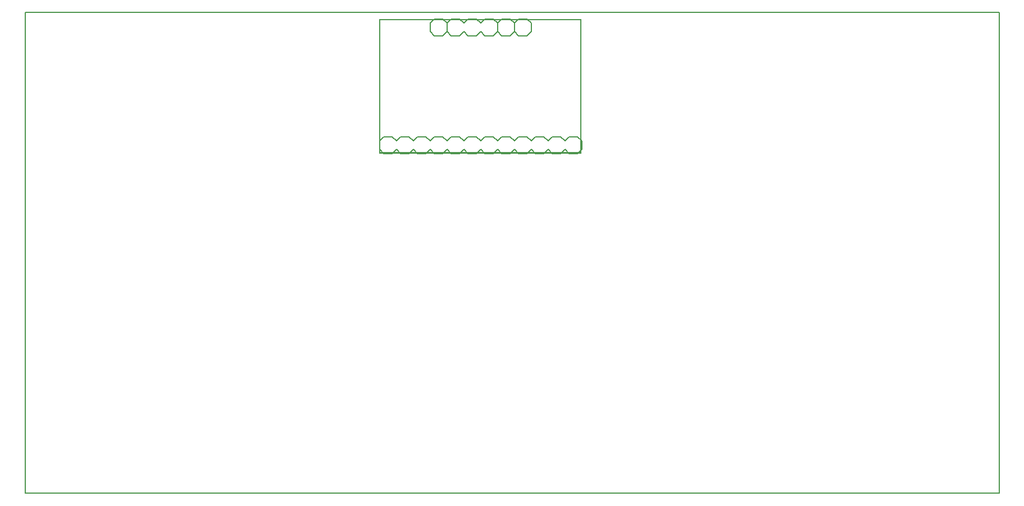
<source format=gbo>
G04 MADE WITH FRITZING*
G04 WWW.FRITZING.ORG*
G04 DOUBLE SIDED*
G04 HOLES PLATED*
G04 CONTOUR ON CENTER OF CONTOUR VECTOR*
%ASAXBY*%
%FSLAX23Y23*%
%MOIN*%
%OFA0B0*%
%SFA1.0B1.0*%
%ADD10R,5.788000X2.865360X5.772000X2.849360*%
%ADD11C,0.008000*%
%ADD12R,0.001000X0.001000*%
%LNSILK0*%
G90*
G70*
G54D11*
X4Y2861D02*
X5784Y2861D01*
X5784Y4D01*
X4Y4D01*
X4Y2861D01*
D02*
X2832Y2722D02*
X2807Y2747D01*
D02*
X2807Y2747D02*
X2807Y2797D01*
D02*
X2807Y2797D02*
X2832Y2822D01*
D02*
X2832Y2822D02*
X2882Y2822D01*
D02*
X2882Y2822D02*
X2907Y2797D01*
D02*
X2907Y2797D02*
X2907Y2747D01*
D02*
X2907Y2747D02*
X2882Y2722D01*
D02*
X2882Y2722D02*
X2832Y2722D01*
D02*
X2707Y2747D02*
X2732Y2722D01*
D02*
X2732Y2722D02*
X2782Y2722D01*
D02*
X2782Y2722D02*
X2807Y2747D01*
D02*
X2807Y2797D02*
X2782Y2822D01*
D02*
X2782Y2822D02*
X2732Y2822D01*
D02*
X2732Y2822D02*
X2707Y2797D01*
D02*
X2532Y2722D02*
X2582Y2722D01*
D02*
X2582Y2722D02*
X2607Y2747D01*
D02*
X2607Y2797D02*
X2582Y2822D01*
D02*
X2607Y2747D02*
X2632Y2722D01*
D02*
X2632Y2722D02*
X2682Y2722D01*
D02*
X2682Y2722D02*
X2707Y2747D01*
D02*
X2707Y2797D02*
X2682Y2822D01*
D02*
X2682Y2822D02*
X2632Y2822D01*
D02*
X2632Y2822D02*
X2607Y2797D01*
D02*
X2507Y2747D02*
X2507Y2797D01*
D02*
X2532Y2722D02*
X2507Y2747D01*
D02*
X2507Y2797D02*
X2532Y2822D01*
D02*
X2582Y2822D02*
X2532Y2822D01*
D02*
X2807Y2747D02*
X2807Y2797D01*
D02*
X2732Y2022D02*
X2782Y2022D01*
D02*
X2782Y2022D02*
X2807Y2047D01*
D02*
X2807Y2097D02*
X2782Y2122D01*
D02*
X2607Y2047D02*
X2632Y2022D01*
D02*
X2632Y2022D02*
X2682Y2022D01*
D02*
X2682Y2022D02*
X2707Y2047D01*
D02*
X2707Y2097D02*
X2682Y2122D01*
D02*
X2682Y2122D02*
X2632Y2122D01*
D02*
X2632Y2122D02*
X2607Y2097D01*
D02*
X2732Y2022D02*
X2707Y2047D01*
D02*
X2707Y2097D02*
X2732Y2122D01*
D02*
X2782Y2122D02*
X2732Y2122D01*
D02*
X2432Y2022D02*
X2482Y2022D01*
D02*
X2482Y2022D02*
X2507Y2047D01*
D02*
X2507Y2097D02*
X2482Y2122D01*
D02*
X2507Y2047D02*
X2532Y2022D01*
D02*
X2532Y2022D02*
X2582Y2022D01*
D02*
X2582Y2022D02*
X2607Y2047D01*
D02*
X2607Y2097D02*
X2582Y2122D01*
D02*
X2582Y2122D02*
X2532Y2122D01*
D02*
X2532Y2122D02*
X2507Y2097D01*
D02*
X2307Y2047D02*
X2332Y2022D01*
D02*
X2332Y2022D02*
X2382Y2022D01*
D02*
X2382Y2022D02*
X2407Y2047D01*
D02*
X2407Y2097D02*
X2382Y2122D01*
D02*
X2382Y2122D02*
X2332Y2122D01*
D02*
X2332Y2122D02*
X2307Y2097D01*
D02*
X2432Y2022D02*
X2407Y2047D01*
D02*
X2407Y2097D02*
X2432Y2122D01*
D02*
X2482Y2122D02*
X2432Y2122D01*
D02*
X2132Y2022D02*
X2182Y2022D01*
D02*
X2182Y2022D02*
X2207Y2047D01*
D02*
X2207Y2097D02*
X2182Y2122D01*
D02*
X2207Y2047D02*
X2232Y2022D01*
D02*
X2232Y2022D02*
X2282Y2022D01*
D02*
X2282Y2022D02*
X2307Y2047D01*
D02*
X2307Y2097D02*
X2282Y2122D01*
D02*
X2282Y2122D02*
X2232Y2122D01*
D02*
X2232Y2122D02*
X2207Y2097D01*
D02*
X2107Y2047D02*
X2107Y2097D01*
D02*
X2132Y2022D02*
X2107Y2047D01*
D02*
X2107Y2097D02*
X2132Y2122D01*
D02*
X2182Y2122D02*
X2132Y2122D01*
D02*
X2832Y2022D02*
X2882Y2022D01*
D02*
X2882Y2022D02*
X2907Y2047D01*
D02*
X2907Y2097D02*
X2882Y2122D01*
D02*
X2832Y2022D02*
X2807Y2047D01*
D02*
X2807Y2097D02*
X2832Y2122D01*
D02*
X2882Y2122D02*
X2832Y2122D01*
D02*
X2932Y2022D02*
X2982Y2022D01*
D02*
X2982Y2022D02*
X3007Y2047D01*
D02*
X3007Y2097D02*
X2982Y2122D01*
D02*
X2932Y2022D02*
X2907Y2047D01*
D02*
X2907Y2097D02*
X2932Y2122D01*
D02*
X2982Y2122D02*
X2932Y2122D01*
D02*
X3032Y2022D02*
X3082Y2022D01*
D02*
X3082Y2022D02*
X3107Y2047D01*
D02*
X3107Y2097D02*
X3082Y2122D01*
D02*
X3032Y2022D02*
X3007Y2047D01*
D02*
X3007Y2097D02*
X3032Y2122D01*
D02*
X3082Y2122D02*
X3032Y2122D01*
D02*
X3132Y2022D02*
X3182Y2022D01*
D02*
X3182Y2022D02*
X3207Y2047D01*
D02*
X3207Y2097D02*
X3182Y2122D01*
D02*
X3132Y2022D02*
X3107Y2047D01*
D02*
X3107Y2097D02*
X3132Y2122D01*
D02*
X3182Y2122D02*
X3132Y2122D01*
D02*
X3232Y2022D02*
X3282Y2022D01*
D02*
X3282Y2022D02*
X3307Y2047D01*
D02*
X3307Y2047D02*
X3307Y2097D01*
D02*
X3307Y2097D02*
X3282Y2122D01*
D02*
X3232Y2022D02*
X3207Y2047D01*
D02*
X3207Y2097D02*
X3232Y2122D01*
D02*
X3282Y2122D02*
X3232Y2122D01*
D02*
X2432Y2722D02*
X2407Y2747D01*
D02*
X2407Y2747D02*
X2407Y2797D01*
D02*
X2407Y2797D02*
X2432Y2822D01*
D02*
X2432Y2822D02*
X2482Y2822D01*
D02*
X2482Y2822D02*
X2507Y2797D01*
D02*
X2507Y2797D02*
X2507Y2747D01*
D02*
X2507Y2747D02*
X2482Y2722D01*
D02*
X2482Y2722D02*
X2432Y2722D01*
D02*
X2932Y2722D02*
X2907Y2747D01*
D02*
X2907Y2747D02*
X2907Y2797D01*
D02*
X2907Y2797D02*
X2932Y2822D01*
D02*
X2932Y2822D02*
X2982Y2822D01*
D02*
X2982Y2822D02*
X3007Y2797D01*
D02*
X3007Y2797D02*
X3007Y2747D01*
D02*
X3007Y2747D02*
X2982Y2722D01*
D02*
X2982Y2722D02*
X2932Y2722D01*
G54D12*
X2107Y2822D02*
X3305Y2822D01*
X2106Y2821D02*
X3305Y2821D01*
X2106Y2820D02*
X3305Y2820D01*
X2106Y2819D02*
X3305Y2819D01*
X2106Y2818D02*
X3305Y2818D01*
X2106Y2817D02*
X3305Y2817D01*
X2106Y2816D02*
X3305Y2816D01*
X2106Y2815D02*
X3305Y2815D01*
X2106Y2814D02*
X2114Y2814D01*
X3298Y2814D02*
X3305Y2814D01*
X2106Y2813D02*
X2113Y2813D01*
X3298Y2813D02*
X3305Y2813D01*
X2106Y2812D02*
X2113Y2812D01*
X3298Y2812D02*
X3305Y2812D01*
X2106Y2811D02*
X2113Y2811D01*
X3298Y2811D02*
X3305Y2811D01*
X2106Y2810D02*
X2113Y2810D01*
X3298Y2810D02*
X3305Y2810D01*
X2106Y2809D02*
X2113Y2809D01*
X3298Y2809D02*
X3305Y2809D01*
X2106Y2808D02*
X2113Y2808D01*
X3298Y2808D02*
X3305Y2808D01*
X2106Y2807D02*
X2113Y2807D01*
X3298Y2807D02*
X3305Y2807D01*
X2106Y2806D02*
X2113Y2806D01*
X3298Y2806D02*
X3305Y2806D01*
X2106Y2805D02*
X2113Y2805D01*
X3298Y2805D02*
X3305Y2805D01*
X2106Y2804D02*
X2113Y2804D01*
X3298Y2804D02*
X3305Y2804D01*
X2106Y2803D02*
X2113Y2803D01*
X3298Y2803D02*
X3305Y2803D01*
X2106Y2802D02*
X2113Y2802D01*
X3298Y2802D02*
X3305Y2802D01*
X2106Y2801D02*
X2113Y2801D01*
X3298Y2801D02*
X3305Y2801D01*
X2106Y2800D02*
X2113Y2800D01*
X3298Y2800D02*
X3305Y2800D01*
X2106Y2799D02*
X2113Y2799D01*
X3298Y2799D02*
X3305Y2799D01*
X2106Y2798D02*
X2113Y2798D01*
X3298Y2798D02*
X3305Y2798D01*
X2106Y2797D02*
X2113Y2797D01*
X3298Y2797D02*
X3305Y2797D01*
X2106Y2796D02*
X2113Y2796D01*
X3298Y2796D02*
X3305Y2796D01*
X2106Y2795D02*
X2113Y2795D01*
X3298Y2795D02*
X3305Y2795D01*
X2106Y2794D02*
X2113Y2794D01*
X3298Y2794D02*
X3305Y2794D01*
X2106Y2793D02*
X2113Y2793D01*
X3298Y2793D02*
X3305Y2793D01*
X2106Y2792D02*
X2113Y2792D01*
X3298Y2792D02*
X3305Y2792D01*
X2106Y2791D02*
X2113Y2791D01*
X3298Y2791D02*
X3305Y2791D01*
X2106Y2790D02*
X2113Y2790D01*
X3298Y2790D02*
X3305Y2790D01*
X2106Y2789D02*
X2113Y2789D01*
X3298Y2789D02*
X3305Y2789D01*
X2106Y2788D02*
X2113Y2788D01*
X3298Y2788D02*
X3305Y2788D01*
X2106Y2787D02*
X2113Y2787D01*
X3298Y2787D02*
X3305Y2787D01*
X2106Y2786D02*
X2113Y2786D01*
X3298Y2786D02*
X3305Y2786D01*
X2106Y2785D02*
X2113Y2785D01*
X3298Y2785D02*
X3305Y2785D01*
X2106Y2784D02*
X2113Y2784D01*
X3298Y2784D02*
X3305Y2784D01*
X2106Y2783D02*
X2113Y2783D01*
X3298Y2783D02*
X3305Y2783D01*
X2106Y2782D02*
X2113Y2782D01*
X3298Y2782D02*
X3305Y2782D01*
X2106Y2781D02*
X2113Y2781D01*
X3298Y2781D02*
X3305Y2781D01*
X2106Y2780D02*
X2113Y2780D01*
X3298Y2780D02*
X3305Y2780D01*
X2106Y2779D02*
X2113Y2779D01*
X3298Y2779D02*
X3305Y2779D01*
X2106Y2778D02*
X2113Y2778D01*
X3298Y2778D02*
X3305Y2778D01*
X2106Y2777D02*
X2113Y2777D01*
X3298Y2777D02*
X3305Y2777D01*
X2106Y2776D02*
X2113Y2776D01*
X3298Y2776D02*
X3305Y2776D01*
X2106Y2775D02*
X2113Y2775D01*
X3298Y2775D02*
X3305Y2775D01*
X2106Y2774D02*
X2113Y2774D01*
X3298Y2774D02*
X3305Y2774D01*
X2106Y2773D02*
X2113Y2773D01*
X3298Y2773D02*
X3305Y2773D01*
X2106Y2772D02*
X2113Y2772D01*
X3298Y2772D02*
X3305Y2772D01*
X2106Y2771D02*
X2113Y2771D01*
X3298Y2771D02*
X3305Y2771D01*
X2106Y2770D02*
X2113Y2770D01*
X3298Y2770D02*
X3305Y2770D01*
X2106Y2769D02*
X2113Y2769D01*
X3298Y2769D02*
X3305Y2769D01*
X2106Y2768D02*
X2113Y2768D01*
X3298Y2768D02*
X3305Y2768D01*
X2106Y2767D02*
X2113Y2767D01*
X3298Y2767D02*
X3305Y2767D01*
X2106Y2766D02*
X2113Y2766D01*
X3298Y2766D02*
X3305Y2766D01*
X2106Y2765D02*
X2113Y2765D01*
X3298Y2765D02*
X3305Y2765D01*
X2106Y2764D02*
X2113Y2764D01*
X3298Y2764D02*
X3305Y2764D01*
X2106Y2763D02*
X2113Y2763D01*
X3298Y2763D02*
X3305Y2763D01*
X2106Y2762D02*
X2113Y2762D01*
X3298Y2762D02*
X3305Y2762D01*
X2106Y2761D02*
X2113Y2761D01*
X3298Y2761D02*
X3305Y2761D01*
X2106Y2760D02*
X2113Y2760D01*
X3298Y2760D02*
X3305Y2760D01*
X2106Y2759D02*
X2113Y2759D01*
X3298Y2759D02*
X3305Y2759D01*
X2106Y2758D02*
X2113Y2758D01*
X3298Y2758D02*
X3305Y2758D01*
X2106Y2757D02*
X2113Y2757D01*
X3298Y2757D02*
X3305Y2757D01*
X2106Y2756D02*
X2113Y2756D01*
X3298Y2756D02*
X3305Y2756D01*
X2106Y2755D02*
X2113Y2755D01*
X3298Y2755D02*
X3305Y2755D01*
X2106Y2754D02*
X2113Y2754D01*
X3298Y2754D02*
X3305Y2754D01*
X2106Y2753D02*
X2113Y2753D01*
X3298Y2753D02*
X3305Y2753D01*
X2106Y2752D02*
X2113Y2752D01*
X3298Y2752D02*
X3305Y2752D01*
X2106Y2751D02*
X2113Y2751D01*
X3298Y2751D02*
X3305Y2751D01*
X2106Y2750D02*
X2113Y2750D01*
X3298Y2750D02*
X3305Y2750D01*
X2106Y2749D02*
X2113Y2749D01*
X3298Y2749D02*
X3305Y2749D01*
X2106Y2748D02*
X2113Y2748D01*
X3298Y2748D02*
X3305Y2748D01*
X2106Y2747D02*
X2113Y2747D01*
X3298Y2747D02*
X3305Y2747D01*
X2106Y2746D02*
X2113Y2746D01*
X3298Y2746D02*
X3305Y2746D01*
X2106Y2745D02*
X2113Y2745D01*
X3298Y2745D02*
X3305Y2745D01*
X2106Y2744D02*
X2113Y2744D01*
X3298Y2744D02*
X3305Y2744D01*
X2106Y2743D02*
X2113Y2743D01*
X3298Y2743D02*
X3305Y2743D01*
X2106Y2742D02*
X2113Y2742D01*
X3298Y2742D02*
X3305Y2742D01*
X2106Y2741D02*
X2113Y2741D01*
X3298Y2741D02*
X3305Y2741D01*
X2106Y2740D02*
X2113Y2740D01*
X3298Y2740D02*
X3305Y2740D01*
X2106Y2739D02*
X2113Y2739D01*
X3298Y2739D02*
X3305Y2739D01*
X2106Y2738D02*
X2113Y2738D01*
X3298Y2738D02*
X3305Y2738D01*
X2106Y2737D02*
X2113Y2737D01*
X3298Y2737D02*
X3305Y2737D01*
X2106Y2736D02*
X2113Y2736D01*
X3298Y2736D02*
X3305Y2736D01*
X2106Y2735D02*
X2113Y2735D01*
X3298Y2735D02*
X3305Y2735D01*
X2106Y2734D02*
X2113Y2734D01*
X3298Y2734D02*
X3305Y2734D01*
X2106Y2733D02*
X2113Y2733D01*
X3298Y2733D02*
X3305Y2733D01*
X2106Y2732D02*
X2113Y2732D01*
X3298Y2732D02*
X3305Y2732D01*
X2106Y2731D02*
X2113Y2731D01*
X3298Y2731D02*
X3305Y2731D01*
X2106Y2730D02*
X2113Y2730D01*
X3298Y2730D02*
X3305Y2730D01*
X2106Y2729D02*
X2113Y2729D01*
X3298Y2729D02*
X3305Y2729D01*
X2106Y2728D02*
X2113Y2728D01*
X3298Y2728D02*
X3305Y2728D01*
X2106Y2727D02*
X2113Y2727D01*
X3298Y2727D02*
X3305Y2727D01*
X2106Y2726D02*
X2113Y2726D01*
X3298Y2726D02*
X3305Y2726D01*
X2106Y2725D02*
X2113Y2725D01*
X3298Y2725D02*
X3305Y2725D01*
X2106Y2724D02*
X2113Y2724D01*
X3298Y2724D02*
X3305Y2724D01*
X2106Y2723D02*
X2113Y2723D01*
X3298Y2723D02*
X3305Y2723D01*
X2106Y2722D02*
X2113Y2722D01*
X3298Y2722D02*
X3305Y2722D01*
X2106Y2721D02*
X2113Y2721D01*
X3298Y2721D02*
X3305Y2721D01*
X2106Y2720D02*
X2113Y2720D01*
X3298Y2720D02*
X3305Y2720D01*
X2106Y2719D02*
X2113Y2719D01*
X3298Y2719D02*
X3305Y2719D01*
X2106Y2718D02*
X2113Y2718D01*
X3298Y2718D02*
X3305Y2718D01*
X2106Y2717D02*
X2113Y2717D01*
X3298Y2717D02*
X3305Y2717D01*
X2106Y2716D02*
X2113Y2716D01*
X3298Y2716D02*
X3305Y2716D01*
X2106Y2715D02*
X2113Y2715D01*
X3298Y2715D02*
X3305Y2715D01*
X2106Y2714D02*
X2113Y2714D01*
X3298Y2714D02*
X3305Y2714D01*
X2106Y2713D02*
X2113Y2713D01*
X3298Y2713D02*
X3305Y2713D01*
X2106Y2712D02*
X2113Y2712D01*
X3298Y2712D02*
X3305Y2712D01*
X2106Y2711D02*
X2113Y2711D01*
X3298Y2711D02*
X3305Y2711D01*
X2106Y2710D02*
X2113Y2710D01*
X3298Y2710D02*
X3305Y2710D01*
X2106Y2709D02*
X2113Y2709D01*
X3298Y2709D02*
X3305Y2709D01*
X2106Y2708D02*
X2113Y2708D01*
X3298Y2708D02*
X3305Y2708D01*
X2106Y2707D02*
X2113Y2707D01*
X3298Y2707D02*
X3305Y2707D01*
X2106Y2706D02*
X2113Y2706D01*
X3298Y2706D02*
X3305Y2706D01*
X2106Y2705D02*
X2113Y2705D01*
X3298Y2705D02*
X3305Y2705D01*
X2106Y2704D02*
X2113Y2704D01*
X3298Y2704D02*
X3305Y2704D01*
X2106Y2703D02*
X2113Y2703D01*
X3298Y2703D02*
X3305Y2703D01*
X2106Y2702D02*
X2113Y2702D01*
X3298Y2702D02*
X3305Y2702D01*
X2106Y2701D02*
X2113Y2701D01*
X3298Y2701D02*
X3305Y2701D01*
X2106Y2700D02*
X2113Y2700D01*
X3298Y2700D02*
X3305Y2700D01*
X2106Y2699D02*
X2113Y2699D01*
X3298Y2699D02*
X3305Y2699D01*
X2106Y2698D02*
X2113Y2698D01*
X3298Y2698D02*
X3305Y2698D01*
X2106Y2697D02*
X2113Y2697D01*
X3298Y2697D02*
X3305Y2697D01*
X2106Y2696D02*
X2113Y2696D01*
X3298Y2696D02*
X3305Y2696D01*
X2106Y2695D02*
X2113Y2695D01*
X3298Y2695D02*
X3305Y2695D01*
X2106Y2694D02*
X2113Y2694D01*
X3298Y2694D02*
X3305Y2694D01*
X2106Y2693D02*
X2113Y2693D01*
X3298Y2693D02*
X3305Y2693D01*
X2106Y2692D02*
X2113Y2692D01*
X3298Y2692D02*
X3305Y2692D01*
X2106Y2691D02*
X2113Y2691D01*
X3298Y2691D02*
X3305Y2691D01*
X2106Y2690D02*
X2113Y2690D01*
X3298Y2690D02*
X3305Y2690D01*
X2106Y2689D02*
X2113Y2689D01*
X3298Y2689D02*
X3305Y2689D01*
X2106Y2688D02*
X2113Y2688D01*
X3298Y2688D02*
X3305Y2688D01*
X2106Y2687D02*
X2113Y2687D01*
X3298Y2687D02*
X3305Y2687D01*
X2106Y2686D02*
X2113Y2686D01*
X3298Y2686D02*
X3305Y2686D01*
X2106Y2685D02*
X2113Y2685D01*
X3298Y2685D02*
X3305Y2685D01*
X2106Y2684D02*
X2113Y2684D01*
X3298Y2684D02*
X3305Y2684D01*
X2106Y2683D02*
X2113Y2683D01*
X3298Y2683D02*
X3305Y2683D01*
X2106Y2682D02*
X2113Y2682D01*
X3298Y2682D02*
X3305Y2682D01*
X2106Y2681D02*
X2113Y2681D01*
X3298Y2681D02*
X3305Y2681D01*
X2106Y2680D02*
X2113Y2680D01*
X3298Y2680D02*
X3305Y2680D01*
X2106Y2679D02*
X2113Y2679D01*
X3298Y2679D02*
X3305Y2679D01*
X2106Y2678D02*
X2113Y2678D01*
X3298Y2678D02*
X3305Y2678D01*
X2106Y2677D02*
X2113Y2677D01*
X3298Y2677D02*
X3305Y2677D01*
X2106Y2676D02*
X2113Y2676D01*
X3298Y2676D02*
X3305Y2676D01*
X2106Y2675D02*
X2113Y2675D01*
X3298Y2675D02*
X3305Y2675D01*
X2106Y2674D02*
X2113Y2674D01*
X3298Y2674D02*
X3305Y2674D01*
X2106Y2673D02*
X2113Y2673D01*
X3298Y2673D02*
X3305Y2673D01*
X2106Y2672D02*
X2113Y2672D01*
X3298Y2672D02*
X3305Y2672D01*
X2106Y2671D02*
X2113Y2671D01*
X3298Y2671D02*
X3305Y2671D01*
X2106Y2670D02*
X2113Y2670D01*
X3298Y2670D02*
X3305Y2670D01*
X2106Y2669D02*
X2113Y2669D01*
X3298Y2669D02*
X3305Y2669D01*
X2106Y2668D02*
X2113Y2668D01*
X3298Y2668D02*
X3305Y2668D01*
X2106Y2667D02*
X2113Y2667D01*
X3298Y2667D02*
X3305Y2667D01*
X2106Y2666D02*
X2113Y2666D01*
X3298Y2666D02*
X3305Y2666D01*
X2106Y2665D02*
X2113Y2665D01*
X3298Y2665D02*
X3305Y2665D01*
X2106Y2664D02*
X2113Y2664D01*
X3298Y2664D02*
X3305Y2664D01*
X2106Y2663D02*
X2113Y2663D01*
X3298Y2663D02*
X3305Y2663D01*
X2106Y2662D02*
X2113Y2662D01*
X3298Y2662D02*
X3305Y2662D01*
X2106Y2661D02*
X2113Y2661D01*
X3298Y2661D02*
X3305Y2661D01*
X2106Y2660D02*
X2113Y2660D01*
X3298Y2660D02*
X3305Y2660D01*
X2106Y2659D02*
X2113Y2659D01*
X3298Y2659D02*
X3305Y2659D01*
X2106Y2658D02*
X2113Y2658D01*
X3298Y2658D02*
X3305Y2658D01*
X2106Y2657D02*
X2113Y2657D01*
X3298Y2657D02*
X3305Y2657D01*
X2106Y2656D02*
X2113Y2656D01*
X3298Y2656D02*
X3305Y2656D01*
X2106Y2655D02*
X2113Y2655D01*
X3298Y2655D02*
X3305Y2655D01*
X2106Y2654D02*
X2113Y2654D01*
X3298Y2654D02*
X3305Y2654D01*
X2106Y2653D02*
X2113Y2653D01*
X3298Y2653D02*
X3305Y2653D01*
X2106Y2652D02*
X2113Y2652D01*
X3298Y2652D02*
X3305Y2652D01*
X2106Y2651D02*
X2113Y2651D01*
X3298Y2651D02*
X3305Y2651D01*
X2106Y2650D02*
X2113Y2650D01*
X3298Y2650D02*
X3305Y2650D01*
X2106Y2649D02*
X2113Y2649D01*
X3298Y2649D02*
X3305Y2649D01*
X2106Y2648D02*
X2113Y2648D01*
X3298Y2648D02*
X3305Y2648D01*
X2106Y2647D02*
X2113Y2647D01*
X3298Y2647D02*
X3305Y2647D01*
X2106Y2646D02*
X2113Y2646D01*
X3298Y2646D02*
X3305Y2646D01*
X2106Y2645D02*
X2113Y2645D01*
X3298Y2645D02*
X3305Y2645D01*
X2106Y2644D02*
X2113Y2644D01*
X3298Y2644D02*
X3305Y2644D01*
X2106Y2643D02*
X2113Y2643D01*
X3298Y2643D02*
X3305Y2643D01*
X2106Y2642D02*
X2113Y2642D01*
X3298Y2642D02*
X3305Y2642D01*
X2106Y2641D02*
X2113Y2641D01*
X3298Y2641D02*
X3305Y2641D01*
X2106Y2640D02*
X2113Y2640D01*
X3298Y2640D02*
X3305Y2640D01*
X2106Y2639D02*
X2113Y2639D01*
X3298Y2639D02*
X3305Y2639D01*
X2106Y2638D02*
X2113Y2638D01*
X3298Y2638D02*
X3305Y2638D01*
X2106Y2637D02*
X2113Y2637D01*
X3298Y2637D02*
X3305Y2637D01*
X2106Y2636D02*
X2113Y2636D01*
X3298Y2636D02*
X3305Y2636D01*
X2106Y2635D02*
X2113Y2635D01*
X3298Y2635D02*
X3305Y2635D01*
X2106Y2634D02*
X2113Y2634D01*
X3298Y2634D02*
X3305Y2634D01*
X2106Y2633D02*
X2113Y2633D01*
X3298Y2633D02*
X3305Y2633D01*
X2106Y2632D02*
X2113Y2632D01*
X3298Y2632D02*
X3305Y2632D01*
X2106Y2631D02*
X2113Y2631D01*
X3298Y2631D02*
X3305Y2631D01*
X2106Y2630D02*
X2113Y2630D01*
X3298Y2630D02*
X3305Y2630D01*
X2106Y2629D02*
X2113Y2629D01*
X3298Y2629D02*
X3305Y2629D01*
X2106Y2628D02*
X2113Y2628D01*
X3298Y2628D02*
X3305Y2628D01*
X2106Y2627D02*
X2113Y2627D01*
X3298Y2627D02*
X3305Y2627D01*
X2106Y2626D02*
X2113Y2626D01*
X3298Y2626D02*
X3305Y2626D01*
X2106Y2625D02*
X2113Y2625D01*
X3298Y2625D02*
X3305Y2625D01*
X2106Y2624D02*
X2113Y2624D01*
X3298Y2624D02*
X3305Y2624D01*
X2106Y2623D02*
X2113Y2623D01*
X3298Y2623D02*
X3305Y2623D01*
X2106Y2622D02*
X2113Y2622D01*
X3298Y2622D02*
X3305Y2622D01*
X2106Y2621D02*
X2113Y2621D01*
X3298Y2621D02*
X3305Y2621D01*
X2106Y2620D02*
X2113Y2620D01*
X3298Y2620D02*
X3305Y2620D01*
X2106Y2619D02*
X2113Y2619D01*
X3298Y2619D02*
X3305Y2619D01*
X2106Y2618D02*
X2113Y2618D01*
X3298Y2618D02*
X3305Y2618D01*
X2106Y2617D02*
X2113Y2617D01*
X3298Y2617D02*
X3305Y2617D01*
X2106Y2616D02*
X2113Y2616D01*
X3298Y2616D02*
X3305Y2616D01*
X2106Y2615D02*
X2113Y2615D01*
X3298Y2615D02*
X3305Y2615D01*
X2106Y2614D02*
X2113Y2614D01*
X3298Y2614D02*
X3305Y2614D01*
X2106Y2613D02*
X2113Y2613D01*
X3298Y2613D02*
X3305Y2613D01*
X2106Y2612D02*
X2113Y2612D01*
X3298Y2612D02*
X3305Y2612D01*
X2106Y2611D02*
X2113Y2611D01*
X3298Y2611D02*
X3305Y2611D01*
X2106Y2610D02*
X2113Y2610D01*
X3298Y2610D02*
X3305Y2610D01*
X2106Y2609D02*
X2113Y2609D01*
X3298Y2609D02*
X3305Y2609D01*
X2106Y2608D02*
X2113Y2608D01*
X3298Y2608D02*
X3305Y2608D01*
X2106Y2607D02*
X2113Y2607D01*
X3298Y2607D02*
X3305Y2607D01*
X2106Y2606D02*
X2113Y2606D01*
X3298Y2606D02*
X3305Y2606D01*
X2106Y2605D02*
X2113Y2605D01*
X3298Y2605D02*
X3305Y2605D01*
X2106Y2604D02*
X2113Y2604D01*
X3298Y2604D02*
X3305Y2604D01*
X2106Y2603D02*
X2113Y2603D01*
X3298Y2603D02*
X3305Y2603D01*
X2106Y2602D02*
X2113Y2602D01*
X3298Y2602D02*
X3305Y2602D01*
X2106Y2601D02*
X2113Y2601D01*
X3298Y2601D02*
X3305Y2601D01*
X2106Y2600D02*
X2113Y2600D01*
X3298Y2600D02*
X3305Y2600D01*
X2106Y2599D02*
X2113Y2599D01*
X3298Y2599D02*
X3305Y2599D01*
X2106Y2598D02*
X2113Y2598D01*
X3298Y2598D02*
X3305Y2598D01*
X2106Y2597D02*
X2113Y2597D01*
X3298Y2597D02*
X3305Y2597D01*
X2106Y2596D02*
X2113Y2596D01*
X3298Y2596D02*
X3305Y2596D01*
X2106Y2595D02*
X2113Y2595D01*
X3298Y2595D02*
X3305Y2595D01*
X2106Y2594D02*
X2113Y2594D01*
X3298Y2594D02*
X3305Y2594D01*
X2106Y2593D02*
X2113Y2593D01*
X3298Y2593D02*
X3305Y2593D01*
X2106Y2592D02*
X2113Y2592D01*
X3298Y2592D02*
X3305Y2592D01*
X2106Y2591D02*
X2113Y2591D01*
X3298Y2591D02*
X3305Y2591D01*
X2106Y2590D02*
X2113Y2590D01*
X3298Y2590D02*
X3305Y2590D01*
X2106Y2589D02*
X2113Y2589D01*
X3298Y2589D02*
X3305Y2589D01*
X2106Y2588D02*
X2113Y2588D01*
X3298Y2588D02*
X3305Y2588D01*
X2106Y2587D02*
X2113Y2587D01*
X3298Y2587D02*
X3305Y2587D01*
X2106Y2586D02*
X2113Y2586D01*
X3298Y2586D02*
X3305Y2586D01*
X2106Y2585D02*
X2113Y2585D01*
X3298Y2585D02*
X3305Y2585D01*
X2106Y2584D02*
X2113Y2584D01*
X3298Y2584D02*
X3305Y2584D01*
X2106Y2583D02*
X2113Y2583D01*
X3298Y2583D02*
X3305Y2583D01*
X2106Y2582D02*
X2113Y2582D01*
X3298Y2582D02*
X3305Y2582D01*
X2106Y2581D02*
X2113Y2581D01*
X3298Y2581D02*
X3305Y2581D01*
X2106Y2580D02*
X2113Y2580D01*
X3298Y2580D02*
X3305Y2580D01*
X2106Y2579D02*
X2113Y2579D01*
X3298Y2579D02*
X3305Y2579D01*
X2106Y2578D02*
X2113Y2578D01*
X3298Y2578D02*
X3305Y2578D01*
X2106Y2577D02*
X2113Y2577D01*
X3298Y2577D02*
X3305Y2577D01*
X2106Y2576D02*
X2113Y2576D01*
X3298Y2576D02*
X3305Y2576D01*
X2106Y2575D02*
X2113Y2575D01*
X3298Y2575D02*
X3305Y2575D01*
X2106Y2574D02*
X2113Y2574D01*
X3298Y2574D02*
X3305Y2574D01*
X2106Y2573D02*
X2113Y2573D01*
X3298Y2573D02*
X3305Y2573D01*
X2106Y2572D02*
X2113Y2572D01*
X3298Y2572D02*
X3305Y2572D01*
X2106Y2571D02*
X2113Y2571D01*
X3298Y2571D02*
X3305Y2571D01*
X2106Y2570D02*
X2113Y2570D01*
X3298Y2570D02*
X3305Y2570D01*
X2106Y2569D02*
X2113Y2569D01*
X3298Y2569D02*
X3305Y2569D01*
X2106Y2568D02*
X2113Y2568D01*
X3298Y2568D02*
X3305Y2568D01*
X2106Y2567D02*
X2113Y2567D01*
X3298Y2567D02*
X3305Y2567D01*
X2106Y2566D02*
X2113Y2566D01*
X3298Y2566D02*
X3305Y2566D01*
X2106Y2565D02*
X2113Y2565D01*
X3298Y2565D02*
X3305Y2565D01*
X2106Y2564D02*
X2113Y2564D01*
X3298Y2564D02*
X3305Y2564D01*
X2106Y2563D02*
X2113Y2563D01*
X3298Y2563D02*
X3305Y2563D01*
X2106Y2562D02*
X2113Y2562D01*
X3298Y2562D02*
X3305Y2562D01*
X2106Y2561D02*
X2113Y2561D01*
X3298Y2561D02*
X3305Y2561D01*
X2106Y2560D02*
X2113Y2560D01*
X3298Y2560D02*
X3305Y2560D01*
X2106Y2559D02*
X2113Y2559D01*
X3298Y2559D02*
X3305Y2559D01*
X2106Y2558D02*
X2113Y2558D01*
X3298Y2558D02*
X3305Y2558D01*
X2106Y2557D02*
X2113Y2557D01*
X3298Y2557D02*
X3305Y2557D01*
X2106Y2556D02*
X2113Y2556D01*
X3298Y2556D02*
X3305Y2556D01*
X2106Y2555D02*
X2113Y2555D01*
X3298Y2555D02*
X3305Y2555D01*
X2106Y2554D02*
X2113Y2554D01*
X3298Y2554D02*
X3305Y2554D01*
X2106Y2553D02*
X2113Y2553D01*
X3298Y2553D02*
X3305Y2553D01*
X2106Y2552D02*
X2113Y2552D01*
X3298Y2552D02*
X3305Y2552D01*
X2106Y2551D02*
X2113Y2551D01*
X3298Y2551D02*
X3305Y2551D01*
X2106Y2550D02*
X2113Y2550D01*
X3298Y2550D02*
X3305Y2550D01*
X2106Y2549D02*
X2113Y2549D01*
X3298Y2549D02*
X3305Y2549D01*
X2106Y2548D02*
X2113Y2548D01*
X3298Y2548D02*
X3305Y2548D01*
X2106Y2547D02*
X2113Y2547D01*
X3298Y2547D02*
X3305Y2547D01*
X2106Y2546D02*
X2113Y2546D01*
X3298Y2546D02*
X3305Y2546D01*
X2106Y2545D02*
X2113Y2545D01*
X3298Y2545D02*
X3305Y2545D01*
X2106Y2544D02*
X2113Y2544D01*
X3298Y2544D02*
X3305Y2544D01*
X2106Y2543D02*
X2113Y2543D01*
X3298Y2543D02*
X3305Y2543D01*
X2106Y2542D02*
X2113Y2542D01*
X3298Y2542D02*
X3305Y2542D01*
X2106Y2541D02*
X2113Y2541D01*
X3298Y2541D02*
X3305Y2541D01*
X2106Y2540D02*
X2113Y2540D01*
X3298Y2540D02*
X3305Y2540D01*
X2106Y2539D02*
X2113Y2539D01*
X3298Y2539D02*
X3305Y2539D01*
X2106Y2538D02*
X2113Y2538D01*
X3298Y2538D02*
X3305Y2538D01*
X2106Y2537D02*
X2113Y2537D01*
X3298Y2537D02*
X3305Y2537D01*
X2106Y2536D02*
X2113Y2536D01*
X3298Y2536D02*
X3305Y2536D01*
X2106Y2535D02*
X2113Y2535D01*
X3298Y2535D02*
X3305Y2535D01*
X2106Y2534D02*
X2113Y2534D01*
X3298Y2534D02*
X3305Y2534D01*
X2106Y2533D02*
X2113Y2533D01*
X3298Y2533D02*
X3305Y2533D01*
X2106Y2532D02*
X2113Y2532D01*
X3298Y2532D02*
X3305Y2532D01*
X2106Y2531D02*
X2113Y2531D01*
X3298Y2531D02*
X3305Y2531D01*
X2106Y2530D02*
X2113Y2530D01*
X3298Y2530D02*
X3305Y2530D01*
X2106Y2529D02*
X2113Y2529D01*
X3298Y2529D02*
X3305Y2529D01*
X2106Y2528D02*
X2113Y2528D01*
X3298Y2528D02*
X3305Y2528D01*
X2106Y2527D02*
X2113Y2527D01*
X3298Y2527D02*
X3305Y2527D01*
X2106Y2526D02*
X2113Y2526D01*
X3298Y2526D02*
X3305Y2526D01*
X2106Y2525D02*
X2113Y2525D01*
X3298Y2525D02*
X3305Y2525D01*
X2106Y2524D02*
X2113Y2524D01*
X3298Y2524D02*
X3305Y2524D01*
X2106Y2523D02*
X2113Y2523D01*
X3298Y2523D02*
X3305Y2523D01*
X2106Y2522D02*
X2113Y2522D01*
X3298Y2522D02*
X3305Y2522D01*
X2106Y2521D02*
X2113Y2521D01*
X3298Y2521D02*
X3305Y2521D01*
X2106Y2520D02*
X2113Y2520D01*
X3298Y2520D02*
X3305Y2520D01*
X2106Y2519D02*
X2113Y2519D01*
X3298Y2519D02*
X3305Y2519D01*
X2106Y2518D02*
X2113Y2518D01*
X3298Y2518D02*
X3305Y2518D01*
X2106Y2517D02*
X2113Y2517D01*
X3298Y2517D02*
X3305Y2517D01*
X2106Y2516D02*
X2113Y2516D01*
X3298Y2516D02*
X3305Y2516D01*
X2106Y2515D02*
X2113Y2515D01*
X3298Y2515D02*
X3305Y2515D01*
X2106Y2514D02*
X2113Y2514D01*
X3298Y2514D02*
X3305Y2514D01*
X2106Y2513D02*
X2113Y2513D01*
X3298Y2513D02*
X3305Y2513D01*
X2106Y2512D02*
X2113Y2512D01*
X3298Y2512D02*
X3305Y2512D01*
X2106Y2511D02*
X2113Y2511D01*
X3298Y2511D02*
X3305Y2511D01*
X2106Y2510D02*
X2113Y2510D01*
X3298Y2510D02*
X3305Y2510D01*
X2106Y2509D02*
X2113Y2509D01*
X3298Y2509D02*
X3305Y2509D01*
X2106Y2508D02*
X2113Y2508D01*
X3298Y2508D02*
X3305Y2508D01*
X2106Y2507D02*
X2113Y2507D01*
X3298Y2507D02*
X3305Y2507D01*
X2106Y2506D02*
X2113Y2506D01*
X3298Y2506D02*
X3305Y2506D01*
X2106Y2505D02*
X2113Y2505D01*
X3298Y2505D02*
X3305Y2505D01*
X2106Y2504D02*
X2113Y2504D01*
X3298Y2504D02*
X3305Y2504D01*
X2106Y2503D02*
X2113Y2503D01*
X3298Y2503D02*
X3305Y2503D01*
X2106Y2502D02*
X2113Y2502D01*
X3298Y2502D02*
X3305Y2502D01*
X2106Y2501D02*
X2113Y2501D01*
X3298Y2501D02*
X3305Y2501D01*
X2106Y2500D02*
X2113Y2500D01*
X3298Y2500D02*
X3305Y2500D01*
X2106Y2499D02*
X2113Y2499D01*
X3298Y2499D02*
X3305Y2499D01*
X2106Y2498D02*
X2113Y2498D01*
X3298Y2498D02*
X3305Y2498D01*
X2106Y2497D02*
X2113Y2497D01*
X3298Y2497D02*
X3305Y2497D01*
X2106Y2496D02*
X2113Y2496D01*
X3298Y2496D02*
X3305Y2496D01*
X2106Y2495D02*
X2113Y2495D01*
X3298Y2495D02*
X3305Y2495D01*
X2106Y2494D02*
X2113Y2494D01*
X3298Y2494D02*
X3305Y2494D01*
X2106Y2493D02*
X2113Y2493D01*
X3298Y2493D02*
X3305Y2493D01*
X2106Y2492D02*
X2113Y2492D01*
X3298Y2492D02*
X3305Y2492D01*
X2106Y2491D02*
X2113Y2491D01*
X3298Y2491D02*
X3305Y2491D01*
X2106Y2490D02*
X2113Y2490D01*
X3298Y2490D02*
X3305Y2490D01*
X2106Y2489D02*
X2113Y2489D01*
X3298Y2489D02*
X3305Y2489D01*
X2106Y2488D02*
X2113Y2488D01*
X3298Y2488D02*
X3305Y2488D01*
X2106Y2487D02*
X2113Y2487D01*
X3298Y2487D02*
X3305Y2487D01*
X2106Y2486D02*
X2113Y2486D01*
X3298Y2486D02*
X3305Y2486D01*
X2106Y2485D02*
X2113Y2485D01*
X3298Y2485D02*
X3305Y2485D01*
X2106Y2484D02*
X2113Y2484D01*
X3298Y2484D02*
X3305Y2484D01*
X2106Y2483D02*
X2113Y2483D01*
X3298Y2483D02*
X3305Y2483D01*
X2106Y2482D02*
X2113Y2482D01*
X3298Y2482D02*
X3305Y2482D01*
X2106Y2481D02*
X2113Y2481D01*
X3298Y2481D02*
X3305Y2481D01*
X2106Y2480D02*
X2113Y2480D01*
X3298Y2480D02*
X3305Y2480D01*
X2106Y2479D02*
X2113Y2479D01*
X3298Y2479D02*
X3305Y2479D01*
X2106Y2478D02*
X2113Y2478D01*
X3298Y2478D02*
X3305Y2478D01*
X2106Y2477D02*
X2113Y2477D01*
X3298Y2477D02*
X3305Y2477D01*
X2106Y2476D02*
X2113Y2476D01*
X3298Y2476D02*
X3305Y2476D01*
X2106Y2475D02*
X2113Y2475D01*
X3298Y2475D02*
X3305Y2475D01*
X2106Y2474D02*
X2113Y2474D01*
X3298Y2474D02*
X3305Y2474D01*
X2106Y2473D02*
X2113Y2473D01*
X3298Y2473D02*
X3305Y2473D01*
X2106Y2472D02*
X2113Y2472D01*
X3298Y2472D02*
X3305Y2472D01*
X2106Y2471D02*
X2113Y2471D01*
X3298Y2471D02*
X3305Y2471D01*
X2106Y2470D02*
X2113Y2470D01*
X3298Y2470D02*
X3305Y2470D01*
X2106Y2469D02*
X2113Y2469D01*
X3298Y2469D02*
X3305Y2469D01*
X2106Y2468D02*
X2113Y2468D01*
X3298Y2468D02*
X3305Y2468D01*
X2106Y2467D02*
X2113Y2467D01*
X3298Y2467D02*
X3305Y2467D01*
X2106Y2466D02*
X2113Y2466D01*
X3298Y2466D02*
X3305Y2466D01*
X2106Y2465D02*
X2113Y2465D01*
X3298Y2465D02*
X3305Y2465D01*
X2106Y2464D02*
X2113Y2464D01*
X3298Y2464D02*
X3305Y2464D01*
X2106Y2463D02*
X2113Y2463D01*
X3298Y2463D02*
X3305Y2463D01*
X2106Y2462D02*
X2113Y2462D01*
X3298Y2462D02*
X3305Y2462D01*
X2106Y2461D02*
X2113Y2461D01*
X3298Y2461D02*
X3305Y2461D01*
X2106Y2460D02*
X2113Y2460D01*
X3298Y2460D02*
X3305Y2460D01*
X2106Y2459D02*
X2113Y2459D01*
X3298Y2459D02*
X3305Y2459D01*
X2106Y2458D02*
X2113Y2458D01*
X3298Y2458D02*
X3305Y2458D01*
X2106Y2457D02*
X2113Y2457D01*
X3298Y2457D02*
X3305Y2457D01*
X2106Y2456D02*
X2113Y2456D01*
X3298Y2456D02*
X3305Y2456D01*
X2106Y2455D02*
X2113Y2455D01*
X3298Y2455D02*
X3305Y2455D01*
X2106Y2454D02*
X2113Y2454D01*
X3298Y2454D02*
X3305Y2454D01*
X2106Y2453D02*
X2113Y2453D01*
X3298Y2453D02*
X3305Y2453D01*
X2106Y2452D02*
X2113Y2452D01*
X3298Y2452D02*
X3305Y2452D01*
X2106Y2451D02*
X2113Y2451D01*
X3298Y2451D02*
X3305Y2451D01*
X2106Y2450D02*
X2113Y2450D01*
X3298Y2450D02*
X3305Y2450D01*
X2106Y2449D02*
X2113Y2449D01*
X3298Y2449D02*
X3305Y2449D01*
X2106Y2448D02*
X2113Y2448D01*
X3298Y2448D02*
X3305Y2448D01*
X2106Y2447D02*
X2113Y2447D01*
X3298Y2447D02*
X3305Y2447D01*
X2106Y2446D02*
X2113Y2446D01*
X3298Y2446D02*
X3305Y2446D01*
X2106Y2445D02*
X2113Y2445D01*
X3298Y2445D02*
X3305Y2445D01*
X2106Y2444D02*
X2113Y2444D01*
X3298Y2444D02*
X3305Y2444D01*
X2106Y2443D02*
X2113Y2443D01*
X3298Y2443D02*
X3305Y2443D01*
X2106Y2442D02*
X2113Y2442D01*
X3298Y2442D02*
X3305Y2442D01*
X2106Y2441D02*
X2113Y2441D01*
X3298Y2441D02*
X3305Y2441D01*
X2106Y2440D02*
X2113Y2440D01*
X3298Y2440D02*
X3305Y2440D01*
X2106Y2439D02*
X2113Y2439D01*
X3298Y2439D02*
X3305Y2439D01*
X2106Y2438D02*
X2113Y2438D01*
X3298Y2438D02*
X3305Y2438D01*
X2106Y2437D02*
X2113Y2437D01*
X3298Y2437D02*
X3305Y2437D01*
X2106Y2436D02*
X2113Y2436D01*
X3298Y2436D02*
X3305Y2436D01*
X2106Y2435D02*
X2113Y2435D01*
X3298Y2435D02*
X3305Y2435D01*
X2106Y2434D02*
X2113Y2434D01*
X3298Y2434D02*
X3305Y2434D01*
X2106Y2433D02*
X2113Y2433D01*
X3298Y2433D02*
X3305Y2433D01*
X2106Y2432D02*
X2113Y2432D01*
X3298Y2432D02*
X3305Y2432D01*
X2106Y2431D02*
X2113Y2431D01*
X3298Y2431D02*
X3305Y2431D01*
X2106Y2430D02*
X2113Y2430D01*
X3298Y2430D02*
X3305Y2430D01*
X2106Y2429D02*
X2113Y2429D01*
X3298Y2429D02*
X3305Y2429D01*
X2106Y2428D02*
X2113Y2428D01*
X3298Y2428D02*
X3305Y2428D01*
X2106Y2427D02*
X2113Y2427D01*
X3298Y2427D02*
X3305Y2427D01*
X2106Y2426D02*
X2113Y2426D01*
X3298Y2426D02*
X3305Y2426D01*
X2106Y2425D02*
X2113Y2425D01*
X3298Y2425D02*
X3305Y2425D01*
X2106Y2424D02*
X2113Y2424D01*
X3298Y2424D02*
X3305Y2424D01*
X2106Y2423D02*
X2113Y2423D01*
X3298Y2423D02*
X3305Y2423D01*
X2106Y2422D02*
X2113Y2422D01*
X3298Y2422D02*
X3305Y2422D01*
X2106Y2421D02*
X2113Y2421D01*
X3298Y2421D02*
X3305Y2421D01*
X2106Y2420D02*
X2113Y2420D01*
X3298Y2420D02*
X3305Y2420D01*
X2106Y2419D02*
X2113Y2419D01*
X3298Y2419D02*
X3305Y2419D01*
X2106Y2418D02*
X2113Y2418D01*
X3298Y2418D02*
X3305Y2418D01*
X2106Y2417D02*
X2113Y2417D01*
X3298Y2417D02*
X3305Y2417D01*
X2106Y2416D02*
X2113Y2416D01*
X3298Y2416D02*
X3305Y2416D01*
X2106Y2415D02*
X2113Y2415D01*
X3298Y2415D02*
X3305Y2415D01*
X2106Y2414D02*
X2113Y2414D01*
X3298Y2414D02*
X3305Y2414D01*
X2106Y2413D02*
X2113Y2413D01*
X3298Y2413D02*
X3305Y2413D01*
X2106Y2412D02*
X2113Y2412D01*
X3298Y2412D02*
X3305Y2412D01*
X2106Y2411D02*
X2113Y2411D01*
X3298Y2411D02*
X3305Y2411D01*
X2106Y2410D02*
X2113Y2410D01*
X3298Y2410D02*
X3305Y2410D01*
X2106Y2409D02*
X2113Y2409D01*
X3298Y2409D02*
X3305Y2409D01*
X2106Y2408D02*
X2113Y2408D01*
X3298Y2408D02*
X3305Y2408D01*
X2106Y2407D02*
X2113Y2407D01*
X3298Y2407D02*
X3305Y2407D01*
X2106Y2406D02*
X2113Y2406D01*
X3298Y2406D02*
X3305Y2406D01*
X2106Y2405D02*
X2113Y2405D01*
X3298Y2405D02*
X3305Y2405D01*
X2106Y2404D02*
X2113Y2404D01*
X3298Y2404D02*
X3305Y2404D01*
X2106Y2403D02*
X2113Y2403D01*
X3298Y2403D02*
X3305Y2403D01*
X2106Y2402D02*
X2113Y2402D01*
X3298Y2402D02*
X3305Y2402D01*
X2106Y2401D02*
X2113Y2401D01*
X3298Y2401D02*
X3305Y2401D01*
X2106Y2400D02*
X2113Y2400D01*
X3298Y2400D02*
X3305Y2400D01*
X2106Y2399D02*
X2113Y2399D01*
X3298Y2399D02*
X3305Y2399D01*
X2106Y2398D02*
X2113Y2398D01*
X3298Y2398D02*
X3305Y2398D01*
X2106Y2397D02*
X2113Y2397D01*
X3298Y2397D02*
X3305Y2397D01*
X2106Y2396D02*
X2113Y2396D01*
X3298Y2396D02*
X3305Y2396D01*
X2106Y2395D02*
X2113Y2395D01*
X3298Y2395D02*
X3305Y2395D01*
X2106Y2394D02*
X2113Y2394D01*
X3298Y2394D02*
X3305Y2394D01*
X2106Y2393D02*
X2113Y2393D01*
X3298Y2393D02*
X3305Y2393D01*
X2106Y2392D02*
X2113Y2392D01*
X3298Y2392D02*
X3305Y2392D01*
X2106Y2391D02*
X2113Y2391D01*
X3298Y2391D02*
X3305Y2391D01*
X2106Y2390D02*
X2113Y2390D01*
X3298Y2390D02*
X3305Y2390D01*
X2106Y2389D02*
X2113Y2389D01*
X3298Y2389D02*
X3305Y2389D01*
X2106Y2388D02*
X2113Y2388D01*
X3298Y2388D02*
X3305Y2388D01*
X2106Y2387D02*
X2113Y2387D01*
X3298Y2387D02*
X3305Y2387D01*
X2106Y2386D02*
X2113Y2386D01*
X3298Y2386D02*
X3305Y2386D01*
X2106Y2385D02*
X2113Y2385D01*
X3298Y2385D02*
X3305Y2385D01*
X2106Y2384D02*
X2113Y2384D01*
X3298Y2384D02*
X3305Y2384D01*
X2106Y2383D02*
X2113Y2383D01*
X3298Y2383D02*
X3305Y2383D01*
X2106Y2382D02*
X2113Y2382D01*
X3298Y2382D02*
X3305Y2382D01*
X2106Y2381D02*
X2113Y2381D01*
X3298Y2381D02*
X3305Y2381D01*
X2106Y2380D02*
X2113Y2380D01*
X3298Y2380D02*
X3305Y2380D01*
X2106Y2379D02*
X2113Y2379D01*
X3298Y2379D02*
X3305Y2379D01*
X2106Y2378D02*
X2113Y2378D01*
X3298Y2378D02*
X3305Y2378D01*
X2106Y2377D02*
X2113Y2377D01*
X3298Y2377D02*
X3305Y2377D01*
X2106Y2376D02*
X2113Y2376D01*
X3298Y2376D02*
X3305Y2376D01*
X2106Y2375D02*
X2113Y2375D01*
X3298Y2375D02*
X3305Y2375D01*
X2106Y2374D02*
X2113Y2374D01*
X3298Y2374D02*
X3305Y2374D01*
X2106Y2373D02*
X2113Y2373D01*
X3298Y2373D02*
X3305Y2373D01*
X2106Y2372D02*
X2113Y2372D01*
X3298Y2372D02*
X3305Y2372D01*
X2106Y2371D02*
X2113Y2371D01*
X3298Y2371D02*
X3305Y2371D01*
X2106Y2370D02*
X2113Y2370D01*
X3298Y2370D02*
X3305Y2370D01*
X2106Y2369D02*
X2113Y2369D01*
X3298Y2369D02*
X3305Y2369D01*
X2106Y2368D02*
X2113Y2368D01*
X3298Y2368D02*
X3305Y2368D01*
X2106Y2367D02*
X2113Y2367D01*
X3298Y2367D02*
X3305Y2367D01*
X2106Y2366D02*
X2113Y2366D01*
X3298Y2366D02*
X3305Y2366D01*
X2106Y2365D02*
X2113Y2365D01*
X3298Y2365D02*
X3305Y2365D01*
X2106Y2364D02*
X2113Y2364D01*
X3298Y2364D02*
X3305Y2364D01*
X2106Y2363D02*
X2113Y2363D01*
X3298Y2363D02*
X3305Y2363D01*
X2106Y2362D02*
X2113Y2362D01*
X3298Y2362D02*
X3305Y2362D01*
X2106Y2361D02*
X2113Y2361D01*
X3298Y2361D02*
X3305Y2361D01*
X2106Y2360D02*
X2113Y2360D01*
X3298Y2360D02*
X3305Y2360D01*
X2106Y2359D02*
X2113Y2359D01*
X3298Y2359D02*
X3305Y2359D01*
X2106Y2358D02*
X2113Y2358D01*
X3298Y2358D02*
X3305Y2358D01*
X2106Y2357D02*
X2113Y2357D01*
X3298Y2357D02*
X3305Y2357D01*
X2106Y2356D02*
X2113Y2356D01*
X3298Y2356D02*
X3305Y2356D01*
X2106Y2355D02*
X2113Y2355D01*
X3298Y2355D02*
X3305Y2355D01*
X2106Y2354D02*
X2113Y2354D01*
X3298Y2354D02*
X3305Y2354D01*
X2106Y2353D02*
X2113Y2353D01*
X3298Y2353D02*
X3305Y2353D01*
X2106Y2352D02*
X2113Y2352D01*
X3298Y2352D02*
X3305Y2352D01*
X2106Y2351D02*
X2113Y2351D01*
X3298Y2351D02*
X3305Y2351D01*
X2106Y2350D02*
X2113Y2350D01*
X3298Y2350D02*
X3305Y2350D01*
X2106Y2349D02*
X2113Y2349D01*
X3298Y2349D02*
X3305Y2349D01*
X2106Y2348D02*
X2113Y2348D01*
X3298Y2348D02*
X3305Y2348D01*
X2106Y2347D02*
X2113Y2347D01*
X3298Y2347D02*
X3305Y2347D01*
X2106Y2346D02*
X2113Y2346D01*
X3298Y2346D02*
X3305Y2346D01*
X2106Y2345D02*
X2113Y2345D01*
X3298Y2345D02*
X3305Y2345D01*
X2106Y2344D02*
X2113Y2344D01*
X3298Y2344D02*
X3305Y2344D01*
X2106Y2343D02*
X2113Y2343D01*
X3298Y2343D02*
X3305Y2343D01*
X2106Y2342D02*
X2113Y2342D01*
X3298Y2342D02*
X3305Y2342D01*
X2106Y2341D02*
X2113Y2341D01*
X3298Y2341D02*
X3305Y2341D01*
X2106Y2340D02*
X2113Y2340D01*
X3298Y2340D02*
X3305Y2340D01*
X2106Y2339D02*
X2113Y2339D01*
X3298Y2339D02*
X3305Y2339D01*
X2106Y2338D02*
X2113Y2338D01*
X3298Y2338D02*
X3305Y2338D01*
X2106Y2337D02*
X2113Y2337D01*
X3298Y2337D02*
X3305Y2337D01*
X2106Y2336D02*
X2113Y2336D01*
X3298Y2336D02*
X3305Y2336D01*
X2106Y2335D02*
X2113Y2335D01*
X3298Y2335D02*
X3305Y2335D01*
X2106Y2334D02*
X2113Y2334D01*
X3298Y2334D02*
X3305Y2334D01*
X2106Y2333D02*
X2113Y2333D01*
X3298Y2333D02*
X3305Y2333D01*
X2106Y2332D02*
X2113Y2332D01*
X3298Y2332D02*
X3305Y2332D01*
X2106Y2331D02*
X2113Y2331D01*
X3298Y2331D02*
X3305Y2331D01*
X2106Y2330D02*
X2113Y2330D01*
X3298Y2330D02*
X3305Y2330D01*
X2106Y2329D02*
X2113Y2329D01*
X3298Y2329D02*
X3305Y2329D01*
X2106Y2328D02*
X2113Y2328D01*
X3298Y2328D02*
X3305Y2328D01*
X2106Y2327D02*
X2113Y2327D01*
X3298Y2327D02*
X3305Y2327D01*
X2106Y2326D02*
X2113Y2326D01*
X3298Y2326D02*
X3305Y2326D01*
X2106Y2325D02*
X2113Y2325D01*
X3298Y2325D02*
X3305Y2325D01*
X2106Y2324D02*
X2113Y2324D01*
X3298Y2324D02*
X3305Y2324D01*
X2106Y2323D02*
X2113Y2323D01*
X3298Y2323D02*
X3305Y2323D01*
X2106Y2322D02*
X2113Y2322D01*
X3298Y2322D02*
X3305Y2322D01*
X2106Y2321D02*
X2113Y2321D01*
X3298Y2321D02*
X3305Y2321D01*
X2106Y2320D02*
X2113Y2320D01*
X3298Y2320D02*
X3305Y2320D01*
X2106Y2319D02*
X2113Y2319D01*
X3298Y2319D02*
X3305Y2319D01*
X2106Y2318D02*
X2113Y2318D01*
X3298Y2318D02*
X3305Y2318D01*
X2106Y2317D02*
X2113Y2317D01*
X3298Y2317D02*
X3305Y2317D01*
X2106Y2316D02*
X2113Y2316D01*
X3298Y2316D02*
X3305Y2316D01*
X2106Y2315D02*
X2113Y2315D01*
X3298Y2315D02*
X3305Y2315D01*
X2106Y2314D02*
X2113Y2314D01*
X3298Y2314D02*
X3305Y2314D01*
X2106Y2313D02*
X2113Y2313D01*
X3298Y2313D02*
X3305Y2313D01*
X2106Y2312D02*
X2113Y2312D01*
X3298Y2312D02*
X3305Y2312D01*
X2106Y2311D02*
X2113Y2311D01*
X3298Y2311D02*
X3305Y2311D01*
X2106Y2310D02*
X2113Y2310D01*
X3298Y2310D02*
X3305Y2310D01*
X2106Y2309D02*
X2113Y2309D01*
X3298Y2309D02*
X3305Y2309D01*
X2106Y2308D02*
X2113Y2308D01*
X3298Y2308D02*
X3305Y2308D01*
X2106Y2307D02*
X2113Y2307D01*
X3298Y2307D02*
X3305Y2307D01*
X2106Y2306D02*
X2113Y2306D01*
X3298Y2306D02*
X3305Y2306D01*
X2106Y2305D02*
X2113Y2305D01*
X3298Y2305D02*
X3305Y2305D01*
X2106Y2304D02*
X2113Y2304D01*
X3298Y2304D02*
X3305Y2304D01*
X2106Y2303D02*
X2113Y2303D01*
X3298Y2303D02*
X3305Y2303D01*
X2106Y2302D02*
X2113Y2302D01*
X3298Y2302D02*
X3305Y2302D01*
X2106Y2301D02*
X2113Y2301D01*
X3298Y2301D02*
X3305Y2301D01*
X2106Y2300D02*
X2113Y2300D01*
X3298Y2300D02*
X3305Y2300D01*
X2106Y2299D02*
X2113Y2299D01*
X3298Y2299D02*
X3305Y2299D01*
X2106Y2298D02*
X2113Y2298D01*
X3298Y2298D02*
X3305Y2298D01*
X2106Y2297D02*
X2113Y2297D01*
X3298Y2297D02*
X3305Y2297D01*
X2106Y2296D02*
X2113Y2296D01*
X3298Y2296D02*
X3305Y2296D01*
X2106Y2295D02*
X2113Y2295D01*
X3298Y2295D02*
X3305Y2295D01*
X2106Y2294D02*
X2113Y2294D01*
X3298Y2294D02*
X3305Y2294D01*
X2106Y2293D02*
X2113Y2293D01*
X3298Y2293D02*
X3305Y2293D01*
X2106Y2292D02*
X2113Y2292D01*
X3298Y2292D02*
X3305Y2292D01*
X2106Y2291D02*
X2113Y2291D01*
X3298Y2291D02*
X3305Y2291D01*
X2106Y2290D02*
X2113Y2290D01*
X3298Y2290D02*
X3305Y2290D01*
X2106Y2289D02*
X2113Y2289D01*
X3298Y2289D02*
X3305Y2289D01*
X2106Y2288D02*
X2113Y2288D01*
X3298Y2288D02*
X3305Y2288D01*
X2106Y2287D02*
X2113Y2287D01*
X3298Y2287D02*
X3305Y2287D01*
X2106Y2286D02*
X2113Y2286D01*
X3298Y2286D02*
X3305Y2286D01*
X2106Y2285D02*
X2113Y2285D01*
X3298Y2285D02*
X3305Y2285D01*
X2106Y2284D02*
X2113Y2284D01*
X3298Y2284D02*
X3305Y2284D01*
X2106Y2283D02*
X2113Y2283D01*
X3298Y2283D02*
X3305Y2283D01*
X2106Y2282D02*
X2113Y2282D01*
X3298Y2282D02*
X3305Y2282D01*
X2106Y2281D02*
X2113Y2281D01*
X3298Y2281D02*
X3305Y2281D01*
X2106Y2280D02*
X2113Y2280D01*
X3298Y2280D02*
X3305Y2280D01*
X2106Y2279D02*
X2113Y2279D01*
X3298Y2279D02*
X3305Y2279D01*
X2106Y2278D02*
X2113Y2278D01*
X3298Y2278D02*
X3305Y2278D01*
X2106Y2277D02*
X2113Y2277D01*
X3298Y2277D02*
X3305Y2277D01*
X2106Y2276D02*
X2113Y2276D01*
X3298Y2276D02*
X3305Y2276D01*
X2106Y2275D02*
X2113Y2275D01*
X3298Y2275D02*
X3305Y2275D01*
X2106Y2274D02*
X2113Y2274D01*
X3298Y2274D02*
X3305Y2274D01*
X2106Y2273D02*
X2113Y2273D01*
X3298Y2273D02*
X3305Y2273D01*
X2106Y2272D02*
X2113Y2272D01*
X3298Y2272D02*
X3305Y2272D01*
X2106Y2271D02*
X2113Y2271D01*
X3298Y2271D02*
X3305Y2271D01*
X2106Y2270D02*
X2113Y2270D01*
X3298Y2270D02*
X3305Y2270D01*
X2106Y2269D02*
X2113Y2269D01*
X3298Y2269D02*
X3305Y2269D01*
X2106Y2268D02*
X2113Y2268D01*
X3298Y2268D02*
X3305Y2268D01*
X2106Y2267D02*
X2113Y2267D01*
X3298Y2267D02*
X3305Y2267D01*
X2106Y2266D02*
X2113Y2266D01*
X3298Y2266D02*
X3305Y2266D01*
X2106Y2265D02*
X2113Y2265D01*
X3298Y2265D02*
X3305Y2265D01*
X2106Y2264D02*
X2113Y2264D01*
X3298Y2264D02*
X3305Y2264D01*
X2106Y2263D02*
X2113Y2263D01*
X3298Y2263D02*
X3305Y2263D01*
X2106Y2262D02*
X2113Y2262D01*
X3298Y2262D02*
X3305Y2262D01*
X2106Y2261D02*
X2113Y2261D01*
X3298Y2261D02*
X3305Y2261D01*
X2106Y2260D02*
X2113Y2260D01*
X3298Y2260D02*
X3305Y2260D01*
X2106Y2259D02*
X2113Y2259D01*
X3298Y2259D02*
X3305Y2259D01*
X2106Y2258D02*
X2113Y2258D01*
X3298Y2258D02*
X3305Y2258D01*
X2106Y2257D02*
X2113Y2257D01*
X3298Y2257D02*
X3305Y2257D01*
X2106Y2256D02*
X2113Y2256D01*
X3298Y2256D02*
X3305Y2256D01*
X2106Y2255D02*
X2113Y2255D01*
X3298Y2255D02*
X3305Y2255D01*
X2106Y2254D02*
X2113Y2254D01*
X3298Y2254D02*
X3305Y2254D01*
X2106Y2253D02*
X2113Y2253D01*
X3298Y2253D02*
X3305Y2253D01*
X2106Y2252D02*
X2113Y2252D01*
X3298Y2252D02*
X3305Y2252D01*
X2106Y2251D02*
X2113Y2251D01*
X3298Y2251D02*
X3305Y2251D01*
X2106Y2250D02*
X2113Y2250D01*
X3298Y2250D02*
X3305Y2250D01*
X2106Y2249D02*
X2113Y2249D01*
X3298Y2249D02*
X3305Y2249D01*
X2106Y2248D02*
X2113Y2248D01*
X3298Y2248D02*
X3305Y2248D01*
X2106Y2247D02*
X2113Y2247D01*
X3298Y2247D02*
X3305Y2247D01*
X2106Y2246D02*
X2113Y2246D01*
X3298Y2246D02*
X3305Y2246D01*
X2106Y2245D02*
X2113Y2245D01*
X3298Y2245D02*
X3305Y2245D01*
X2106Y2244D02*
X2113Y2244D01*
X3298Y2244D02*
X3305Y2244D01*
X2106Y2243D02*
X2113Y2243D01*
X3298Y2243D02*
X3305Y2243D01*
X2106Y2242D02*
X2113Y2242D01*
X3298Y2242D02*
X3305Y2242D01*
X2106Y2241D02*
X2113Y2241D01*
X3298Y2241D02*
X3305Y2241D01*
X2106Y2240D02*
X2113Y2240D01*
X3298Y2240D02*
X3305Y2240D01*
X2106Y2239D02*
X2113Y2239D01*
X3298Y2239D02*
X3305Y2239D01*
X2106Y2238D02*
X2113Y2238D01*
X3298Y2238D02*
X3305Y2238D01*
X2106Y2237D02*
X2113Y2237D01*
X3298Y2237D02*
X3305Y2237D01*
X2106Y2236D02*
X2113Y2236D01*
X3298Y2236D02*
X3305Y2236D01*
X2106Y2235D02*
X2113Y2235D01*
X3298Y2235D02*
X3305Y2235D01*
X2106Y2234D02*
X2113Y2234D01*
X3298Y2234D02*
X3305Y2234D01*
X2106Y2233D02*
X2113Y2233D01*
X3298Y2233D02*
X3305Y2233D01*
X2106Y2232D02*
X2113Y2232D01*
X3298Y2232D02*
X3305Y2232D01*
X2106Y2231D02*
X2113Y2231D01*
X3298Y2231D02*
X3305Y2231D01*
X2106Y2230D02*
X2113Y2230D01*
X3298Y2230D02*
X3305Y2230D01*
X2106Y2229D02*
X2113Y2229D01*
X3298Y2229D02*
X3305Y2229D01*
X2106Y2228D02*
X2113Y2228D01*
X3298Y2228D02*
X3305Y2228D01*
X2106Y2227D02*
X2113Y2227D01*
X3298Y2227D02*
X3305Y2227D01*
X2106Y2226D02*
X2113Y2226D01*
X3298Y2226D02*
X3305Y2226D01*
X2106Y2225D02*
X2113Y2225D01*
X3298Y2225D02*
X3305Y2225D01*
X2106Y2224D02*
X2113Y2224D01*
X3298Y2224D02*
X3305Y2224D01*
X2106Y2223D02*
X2113Y2223D01*
X3298Y2223D02*
X3305Y2223D01*
X2106Y2222D02*
X2113Y2222D01*
X3298Y2222D02*
X3305Y2222D01*
X2106Y2221D02*
X2113Y2221D01*
X3298Y2221D02*
X3305Y2221D01*
X2106Y2220D02*
X2113Y2220D01*
X3298Y2220D02*
X3305Y2220D01*
X2106Y2219D02*
X2113Y2219D01*
X3298Y2219D02*
X3305Y2219D01*
X2106Y2218D02*
X2113Y2218D01*
X3298Y2218D02*
X3305Y2218D01*
X2106Y2217D02*
X2113Y2217D01*
X3298Y2217D02*
X3305Y2217D01*
X2106Y2216D02*
X2113Y2216D01*
X3298Y2216D02*
X3305Y2216D01*
X2106Y2215D02*
X2113Y2215D01*
X3298Y2215D02*
X3305Y2215D01*
X2106Y2214D02*
X2113Y2214D01*
X3298Y2214D02*
X3305Y2214D01*
X2106Y2213D02*
X2113Y2213D01*
X3298Y2213D02*
X3305Y2213D01*
X2106Y2212D02*
X2113Y2212D01*
X3298Y2212D02*
X3305Y2212D01*
X2106Y2211D02*
X2113Y2211D01*
X3298Y2211D02*
X3305Y2211D01*
X2106Y2210D02*
X2113Y2210D01*
X3298Y2210D02*
X3305Y2210D01*
X2106Y2209D02*
X2113Y2209D01*
X3298Y2209D02*
X3305Y2209D01*
X2106Y2208D02*
X2113Y2208D01*
X3298Y2208D02*
X3305Y2208D01*
X2106Y2207D02*
X2113Y2207D01*
X3298Y2207D02*
X3305Y2207D01*
X2106Y2206D02*
X2113Y2206D01*
X3298Y2206D02*
X3305Y2206D01*
X2106Y2205D02*
X2113Y2205D01*
X3298Y2205D02*
X3305Y2205D01*
X2106Y2204D02*
X2113Y2204D01*
X3298Y2204D02*
X3305Y2204D01*
X2106Y2203D02*
X2113Y2203D01*
X3298Y2203D02*
X3305Y2203D01*
X2106Y2202D02*
X2113Y2202D01*
X3298Y2202D02*
X3305Y2202D01*
X2106Y2201D02*
X2113Y2201D01*
X3298Y2201D02*
X3305Y2201D01*
X2106Y2200D02*
X2113Y2200D01*
X3298Y2200D02*
X3305Y2200D01*
X2106Y2199D02*
X2113Y2199D01*
X3298Y2199D02*
X3305Y2199D01*
X2106Y2198D02*
X2113Y2198D01*
X3298Y2198D02*
X3305Y2198D01*
X2106Y2197D02*
X2113Y2197D01*
X3298Y2197D02*
X3305Y2197D01*
X2106Y2196D02*
X2113Y2196D01*
X3298Y2196D02*
X3305Y2196D01*
X2106Y2195D02*
X2113Y2195D01*
X3298Y2195D02*
X3305Y2195D01*
X2106Y2194D02*
X2113Y2194D01*
X3298Y2194D02*
X3305Y2194D01*
X2106Y2193D02*
X2113Y2193D01*
X3298Y2193D02*
X3305Y2193D01*
X2106Y2192D02*
X2113Y2192D01*
X3298Y2192D02*
X3305Y2192D01*
X2106Y2191D02*
X2113Y2191D01*
X3298Y2191D02*
X3305Y2191D01*
X2106Y2190D02*
X2113Y2190D01*
X3298Y2190D02*
X3305Y2190D01*
X2106Y2189D02*
X2113Y2189D01*
X3298Y2189D02*
X3305Y2189D01*
X2106Y2188D02*
X2113Y2188D01*
X3298Y2188D02*
X3305Y2188D01*
X2106Y2187D02*
X2113Y2187D01*
X3298Y2187D02*
X3305Y2187D01*
X2106Y2186D02*
X2113Y2186D01*
X3298Y2186D02*
X3305Y2186D01*
X2106Y2185D02*
X2113Y2185D01*
X3298Y2185D02*
X3305Y2185D01*
X2106Y2184D02*
X2113Y2184D01*
X3298Y2184D02*
X3305Y2184D01*
X2106Y2183D02*
X2113Y2183D01*
X3298Y2183D02*
X3305Y2183D01*
X2106Y2182D02*
X2113Y2182D01*
X3298Y2182D02*
X3305Y2182D01*
X2106Y2181D02*
X2113Y2181D01*
X3298Y2181D02*
X3305Y2181D01*
X2106Y2180D02*
X2113Y2180D01*
X3298Y2180D02*
X3305Y2180D01*
X2106Y2179D02*
X2113Y2179D01*
X3298Y2179D02*
X3305Y2179D01*
X2106Y2178D02*
X2113Y2178D01*
X3298Y2178D02*
X3305Y2178D01*
X2106Y2177D02*
X2113Y2177D01*
X3298Y2177D02*
X3305Y2177D01*
X2106Y2176D02*
X2113Y2176D01*
X3298Y2176D02*
X3305Y2176D01*
X2106Y2175D02*
X2113Y2175D01*
X3298Y2175D02*
X3305Y2175D01*
X2106Y2174D02*
X2113Y2174D01*
X3298Y2174D02*
X3305Y2174D01*
X2106Y2173D02*
X2113Y2173D01*
X3298Y2173D02*
X3305Y2173D01*
X2106Y2172D02*
X2113Y2172D01*
X3298Y2172D02*
X3305Y2172D01*
X2106Y2171D02*
X2113Y2171D01*
X3298Y2171D02*
X3305Y2171D01*
X2106Y2170D02*
X2113Y2170D01*
X3298Y2170D02*
X3305Y2170D01*
X2106Y2169D02*
X2113Y2169D01*
X3298Y2169D02*
X3305Y2169D01*
X2106Y2168D02*
X2113Y2168D01*
X3298Y2168D02*
X3305Y2168D01*
X2106Y2167D02*
X2113Y2167D01*
X3298Y2167D02*
X3305Y2167D01*
X2106Y2166D02*
X2113Y2166D01*
X3298Y2166D02*
X3305Y2166D01*
X2106Y2165D02*
X2113Y2165D01*
X3298Y2165D02*
X3305Y2165D01*
X2106Y2164D02*
X2113Y2164D01*
X3298Y2164D02*
X3305Y2164D01*
X2106Y2163D02*
X2113Y2163D01*
X3298Y2163D02*
X3305Y2163D01*
X2106Y2162D02*
X2113Y2162D01*
X3298Y2162D02*
X3305Y2162D01*
X2106Y2161D02*
X2113Y2161D01*
X3298Y2161D02*
X3305Y2161D01*
X2106Y2160D02*
X2113Y2160D01*
X3298Y2160D02*
X3305Y2160D01*
X2106Y2159D02*
X2113Y2159D01*
X3298Y2159D02*
X3305Y2159D01*
X2106Y2158D02*
X2113Y2158D01*
X3298Y2158D02*
X3305Y2158D01*
X2106Y2157D02*
X2113Y2157D01*
X3298Y2157D02*
X3305Y2157D01*
X2106Y2156D02*
X2113Y2156D01*
X3298Y2156D02*
X3305Y2156D01*
X2106Y2155D02*
X2113Y2155D01*
X3298Y2155D02*
X3305Y2155D01*
X2106Y2154D02*
X2113Y2154D01*
X3298Y2154D02*
X3305Y2154D01*
X2106Y2153D02*
X2113Y2153D01*
X3298Y2153D02*
X3305Y2153D01*
X2106Y2152D02*
X2113Y2152D01*
X3298Y2152D02*
X3305Y2152D01*
X2106Y2151D02*
X2113Y2151D01*
X3298Y2151D02*
X3305Y2151D01*
X2106Y2150D02*
X2113Y2150D01*
X3298Y2150D02*
X3305Y2150D01*
X2106Y2149D02*
X2113Y2149D01*
X3298Y2149D02*
X3305Y2149D01*
X2106Y2148D02*
X2113Y2148D01*
X3298Y2148D02*
X3305Y2148D01*
X2106Y2147D02*
X2113Y2147D01*
X3298Y2147D02*
X3305Y2147D01*
X2106Y2146D02*
X2113Y2146D01*
X3298Y2146D02*
X3305Y2146D01*
X2106Y2145D02*
X2113Y2145D01*
X3298Y2145D02*
X3305Y2145D01*
X2106Y2144D02*
X2113Y2144D01*
X3298Y2144D02*
X3305Y2144D01*
X2106Y2143D02*
X2113Y2143D01*
X3298Y2143D02*
X3305Y2143D01*
X2106Y2142D02*
X2113Y2142D01*
X3298Y2142D02*
X3305Y2142D01*
X2106Y2141D02*
X2113Y2141D01*
X3298Y2141D02*
X3305Y2141D01*
X2106Y2140D02*
X2113Y2140D01*
X3298Y2140D02*
X3305Y2140D01*
X2106Y2139D02*
X2113Y2139D01*
X3298Y2139D02*
X3305Y2139D01*
X2106Y2138D02*
X2113Y2138D01*
X3298Y2138D02*
X3305Y2138D01*
X2106Y2137D02*
X2113Y2137D01*
X3298Y2137D02*
X3305Y2137D01*
X2106Y2136D02*
X2113Y2136D01*
X3298Y2136D02*
X3305Y2136D01*
X2106Y2135D02*
X2113Y2135D01*
X3298Y2135D02*
X3305Y2135D01*
X2106Y2134D02*
X2113Y2134D01*
X3298Y2134D02*
X3305Y2134D01*
X2106Y2133D02*
X2113Y2133D01*
X3298Y2133D02*
X3305Y2133D01*
X2106Y2132D02*
X2113Y2132D01*
X3298Y2132D02*
X3305Y2132D01*
X2106Y2131D02*
X2113Y2131D01*
X3298Y2131D02*
X3305Y2131D01*
X2106Y2130D02*
X2113Y2130D01*
X3298Y2130D02*
X3305Y2130D01*
X2106Y2129D02*
X2113Y2129D01*
X3298Y2129D02*
X3305Y2129D01*
X2106Y2128D02*
X2113Y2128D01*
X3298Y2128D02*
X3305Y2128D01*
X2106Y2127D02*
X2113Y2127D01*
X3298Y2127D02*
X3305Y2127D01*
X2106Y2126D02*
X2113Y2126D01*
X3298Y2126D02*
X3305Y2126D01*
X2106Y2125D02*
X2113Y2125D01*
X3298Y2125D02*
X3305Y2125D01*
X2106Y2124D02*
X2113Y2124D01*
X3298Y2124D02*
X3305Y2124D01*
X2106Y2123D02*
X2113Y2123D01*
X3298Y2123D02*
X3305Y2123D01*
X2106Y2122D02*
X2113Y2122D01*
X3298Y2122D02*
X3305Y2122D01*
X2106Y2121D02*
X2113Y2121D01*
X3298Y2121D02*
X3305Y2121D01*
X2106Y2120D02*
X2113Y2120D01*
X3298Y2120D02*
X3305Y2120D01*
X2106Y2119D02*
X2113Y2119D01*
X3298Y2119D02*
X3305Y2119D01*
X2106Y2118D02*
X2113Y2118D01*
X3298Y2118D02*
X3305Y2118D01*
X2106Y2117D02*
X2113Y2117D01*
X3298Y2117D02*
X3305Y2117D01*
X2106Y2116D02*
X2113Y2116D01*
X3298Y2116D02*
X3305Y2116D01*
X2106Y2115D02*
X2113Y2115D01*
X3298Y2115D02*
X3305Y2115D01*
X2106Y2114D02*
X2113Y2114D01*
X3298Y2114D02*
X3305Y2114D01*
X2106Y2113D02*
X2113Y2113D01*
X3298Y2113D02*
X3305Y2113D01*
X2106Y2112D02*
X2113Y2112D01*
X3298Y2112D02*
X3305Y2112D01*
X2106Y2111D02*
X2113Y2111D01*
X3298Y2111D02*
X3305Y2111D01*
X2106Y2110D02*
X2113Y2110D01*
X3298Y2110D02*
X3305Y2110D01*
X2106Y2109D02*
X2113Y2109D01*
X3298Y2109D02*
X3305Y2109D01*
X2106Y2108D02*
X2113Y2108D01*
X3298Y2108D02*
X3305Y2108D01*
X2106Y2107D02*
X2113Y2107D01*
X3298Y2107D02*
X3305Y2107D01*
X2106Y2106D02*
X2113Y2106D01*
X3298Y2106D02*
X3305Y2106D01*
X2106Y2105D02*
X2113Y2105D01*
X3298Y2105D02*
X3305Y2105D01*
X2106Y2104D02*
X2113Y2104D01*
X3298Y2104D02*
X3305Y2104D01*
X2106Y2103D02*
X2113Y2103D01*
X3298Y2103D02*
X3305Y2103D01*
X2106Y2102D02*
X2113Y2102D01*
X3298Y2102D02*
X3305Y2102D01*
X2106Y2101D02*
X2113Y2101D01*
X3298Y2101D02*
X3305Y2101D01*
X2106Y2100D02*
X2113Y2100D01*
X3298Y2100D02*
X3305Y2100D01*
X2106Y2099D02*
X2113Y2099D01*
X3298Y2099D02*
X3305Y2099D01*
X2106Y2098D02*
X2113Y2098D01*
X3298Y2098D02*
X3305Y2098D01*
X2106Y2097D02*
X2113Y2097D01*
X3298Y2097D02*
X3305Y2097D01*
X2106Y2096D02*
X2113Y2096D01*
X3298Y2096D02*
X3305Y2096D01*
X2106Y2095D02*
X2113Y2095D01*
X3298Y2095D02*
X3305Y2095D01*
X2106Y2094D02*
X2113Y2094D01*
X3298Y2094D02*
X3305Y2094D01*
X2106Y2093D02*
X2113Y2093D01*
X3298Y2093D02*
X3305Y2093D01*
X2106Y2092D02*
X2113Y2092D01*
X3298Y2092D02*
X3305Y2092D01*
X2106Y2091D02*
X2113Y2091D01*
X3298Y2091D02*
X3305Y2091D01*
X2106Y2090D02*
X2113Y2090D01*
X3298Y2090D02*
X3305Y2090D01*
X2106Y2089D02*
X2113Y2089D01*
X3298Y2089D02*
X3305Y2089D01*
X2106Y2088D02*
X2113Y2088D01*
X3298Y2088D02*
X3305Y2088D01*
X2106Y2087D02*
X2113Y2087D01*
X3298Y2087D02*
X3305Y2087D01*
X2106Y2086D02*
X2113Y2086D01*
X3298Y2086D02*
X3305Y2086D01*
X2106Y2085D02*
X2113Y2085D01*
X3298Y2085D02*
X3305Y2085D01*
X2106Y2084D02*
X2113Y2084D01*
X3298Y2084D02*
X3305Y2084D01*
X2106Y2083D02*
X2113Y2083D01*
X3298Y2083D02*
X3305Y2083D01*
X2106Y2082D02*
X2113Y2082D01*
X3298Y2082D02*
X3305Y2082D01*
X2106Y2081D02*
X2113Y2081D01*
X3298Y2081D02*
X3305Y2081D01*
X2106Y2080D02*
X2113Y2080D01*
X3298Y2080D02*
X3305Y2080D01*
X2106Y2079D02*
X2113Y2079D01*
X3298Y2079D02*
X3305Y2079D01*
X2106Y2078D02*
X2113Y2078D01*
X3298Y2078D02*
X3305Y2078D01*
X2106Y2077D02*
X2113Y2077D01*
X3298Y2077D02*
X3305Y2077D01*
X2106Y2076D02*
X2113Y2076D01*
X3298Y2076D02*
X3305Y2076D01*
X2106Y2075D02*
X2113Y2075D01*
X3298Y2075D02*
X3305Y2075D01*
X2106Y2074D02*
X2113Y2074D01*
X3298Y2074D02*
X3305Y2074D01*
X2106Y2073D02*
X2113Y2073D01*
X3298Y2073D02*
X3305Y2073D01*
X2106Y2072D02*
X2113Y2072D01*
X3298Y2072D02*
X3305Y2072D01*
X2106Y2071D02*
X2113Y2071D01*
X3298Y2071D02*
X3305Y2071D01*
X2106Y2070D02*
X2113Y2070D01*
X3298Y2070D02*
X3305Y2070D01*
X2106Y2069D02*
X2113Y2069D01*
X3298Y2069D02*
X3305Y2069D01*
X2106Y2068D02*
X2113Y2068D01*
X3298Y2068D02*
X3305Y2068D01*
X2106Y2067D02*
X2113Y2067D01*
X3298Y2067D02*
X3305Y2067D01*
X2106Y2066D02*
X2113Y2066D01*
X3298Y2066D02*
X3305Y2066D01*
X2106Y2065D02*
X2113Y2065D01*
X3298Y2065D02*
X3305Y2065D01*
X2106Y2064D02*
X2113Y2064D01*
X3298Y2064D02*
X3305Y2064D01*
X2106Y2063D02*
X2113Y2063D01*
X3298Y2063D02*
X3305Y2063D01*
X2106Y2062D02*
X2113Y2062D01*
X3298Y2062D02*
X3305Y2062D01*
X2106Y2061D02*
X2113Y2061D01*
X3298Y2061D02*
X3305Y2061D01*
X2106Y2060D02*
X2113Y2060D01*
X3298Y2060D02*
X3305Y2060D01*
X2106Y2059D02*
X2113Y2059D01*
X3298Y2059D02*
X3305Y2059D01*
X2106Y2058D02*
X2113Y2058D01*
X3298Y2058D02*
X3305Y2058D01*
X2106Y2057D02*
X2113Y2057D01*
X3298Y2057D02*
X3305Y2057D01*
X2106Y2056D02*
X2113Y2056D01*
X3298Y2056D02*
X3305Y2056D01*
X2106Y2055D02*
X2113Y2055D01*
X3298Y2055D02*
X3305Y2055D01*
X2106Y2054D02*
X2113Y2054D01*
X3298Y2054D02*
X3305Y2054D01*
X2106Y2053D02*
X2113Y2053D01*
X3298Y2053D02*
X3305Y2053D01*
X2106Y2052D02*
X2113Y2052D01*
X3298Y2052D02*
X3305Y2052D01*
X2106Y2051D02*
X2113Y2051D01*
X3298Y2051D02*
X3305Y2051D01*
X2106Y2050D02*
X2113Y2050D01*
X3298Y2050D02*
X3305Y2050D01*
X2106Y2049D02*
X2113Y2049D01*
X3298Y2049D02*
X3305Y2049D01*
X2106Y2048D02*
X2113Y2048D01*
X3298Y2048D02*
X3305Y2048D01*
X2106Y2047D02*
X2113Y2047D01*
X3298Y2047D02*
X3305Y2047D01*
X2106Y2046D02*
X2113Y2046D01*
X3298Y2046D02*
X3305Y2046D01*
X2106Y2045D02*
X2113Y2045D01*
X3298Y2045D02*
X3305Y2045D01*
X2106Y2044D02*
X2113Y2044D01*
X3298Y2044D02*
X3305Y2044D01*
X2106Y2043D02*
X2113Y2043D01*
X3298Y2043D02*
X3305Y2043D01*
X2106Y2042D02*
X2113Y2042D01*
X3298Y2042D02*
X3305Y2042D01*
X2106Y2041D02*
X2113Y2041D01*
X3298Y2041D02*
X3305Y2041D01*
X2106Y2040D02*
X2113Y2040D01*
X3298Y2040D02*
X3305Y2040D01*
X2106Y2039D02*
X2113Y2039D01*
X3298Y2039D02*
X3305Y2039D01*
X2106Y2038D02*
X2113Y2038D01*
X3298Y2038D02*
X3305Y2038D01*
X2106Y2037D02*
X2113Y2037D01*
X3298Y2037D02*
X3305Y2037D01*
X2106Y2036D02*
X2113Y2036D01*
X3298Y2036D02*
X3305Y2036D01*
X2106Y2035D02*
X2113Y2035D01*
X3298Y2035D02*
X3305Y2035D01*
X2106Y2034D02*
X2113Y2034D01*
X3298Y2034D02*
X3305Y2034D01*
X2106Y2033D02*
X2113Y2033D01*
X3298Y2033D02*
X3305Y2033D01*
X2106Y2032D02*
X2113Y2032D01*
X3298Y2032D02*
X3305Y2032D01*
X2106Y2031D02*
X2113Y2031D01*
X3298Y2031D02*
X3305Y2031D01*
X2106Y2030D02*
X3305Y2030D01*
X2106Y2029D02*
X3305Y2029D01*
X2106Y2028D02*
X3305Y2028D01*
X2106Y2027D02*
X3305Y2027D01*
X2106Y2026D02*
X3305Y2026D01*
X2106Y2025D02*
X3305Y2025D01*
X2106Y2024D02*
X3305Y2024D01*
X2106Y2023D02*
X3305Y2023D01*
D02*
G04 End of Silk0*
M02*
</source>
